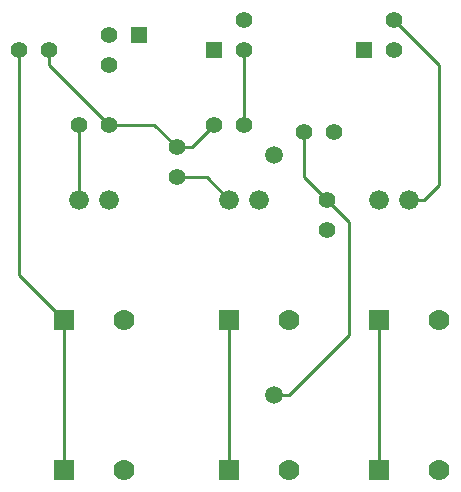
<source format=gbl>
G04 (created by PCBNEW (2013-jul-07)-stable) date Friday 21 August 2015 08:53:58 AM IST*
%MOIN*%
G04 Gerber Fmt 3.4, Leading zero omitted, Abs format*
%FSLAX34Y34*%
G01*
G70*
G90*
G04 APERTURE LIST*
%ADD10C,0.00590551*%
%ADD11R,0.055X0.055*%
%ADD12C,0.055*%
%ADD13C,0.066*%
%ADD14R,0.07X0.07*%
%ADD15C,0.07*%
%ADD16C,0.0590551*%
%ADD17C,0.01*%
G04 APERTURE END LIST*
G54D10*
G54D11*
X98500Y-72000D03*
G54D12*
X99500Y-72000D03*
X99500Y-71000D03*
G54D11*
X93500Y-72000D03*
G54D12*
X94500Y-72000D03*
X94500Y-71000D03*
G54D11*
X91000Y-71500D03*
G54D12*
X90000Y-71500D03*
X90000Y-72500D03*
X90000Y-74500D03*
X89000Y-74500D03*
X97250Y-77000D03*
X97250Y-78000D03*
X96500Y-74750D03*
X97500Y-74750D03*
X93500Y-74500D03*
X94500Y-74500D03*
X92250Y-75250D03*
X92250Y-76250D03*
X88000Y-72000D03*
X87000Y-72000D03*
G54D13*
X94000Y-77000D03*
X95000Y-77000D03*
X99000Y-77000D03*
X100000Y-77000D03*
X89000Y-77000D03*
X90000Y-77000D03*
G54D14*
X94000Y-86000D03*
G54D15*
X96000Y-86000D03*
G54D14*
X94000Y-81000D03*
G54D15*
X96000Y-81000D03*
G54D14*
X88500Y-81000D03*
G54D15*
X90500Y-81000D03*
G54D14*
X99000Y-86000D03*
G54D15*
X101000Y-86000D03*
G54D14*
X99000Y-81000D03*
G54D15*
X101000Y-81000D03*
G54D14*
X88500Y-86000D03*
G54D15*
X90500Y-86000D03*
G54D16*
X95500Y-75500D03*
X95500Y-83500D03*
G54D17*
X99000Y-86000D02*
X99000Y-81000D01*
X96500Y-74750D02*
X96500Y-76250D01*
X96500Y-76250D02*
X97250Y-77000D01*
X95500Y-83500D02*
X96000Y-83500D01*
X98000Y-77750D02*
X97250Y-77000D01*
X98000Y-81500D02*
X98000Y-77750D01*
X96000Y-83500D02*
X98000Y-81500D01*
X88000Y-72000D02*
X88000Y-72500D01*
X88000Y-72500D02*
X90000Y-74500D01*
X90000Y-74500D02*
X91500Y-74500D01*
X91500Y-74500D02*
X92250Y-75250D01*
X92250Y-75250D02*
X92750Y-75250D01*
X92750Y-75250D02*
X93500Y-74500D01*
X92250Y-76250D02*
X93250Y-76250D01*
X93250Y-76250D02*
X94000Y-77000D01*
X100000Y-77000D02*
X100500Y-77000D01*
X101000Y-72500D02*
X99500Y-71000D01*
X101000Y-76500D02*
X101000Y-72500D01*
X100500Y-77000D02*
X101000Y-76500D01*
X88500Y-81000D02*
X88500Y-86000D01*
X87000Y-72000D02*
X87000Y-79500D01*
X87000Y-79500D02*
X88500Y-81000D01*
X89000Y-77000D02*
X89000Y-74500D01*
X94500Y-72000D02*
X94500Y-74500D01*
X94000Y-86000D02*
X94000Y-81000D01*
M02*

</source>
